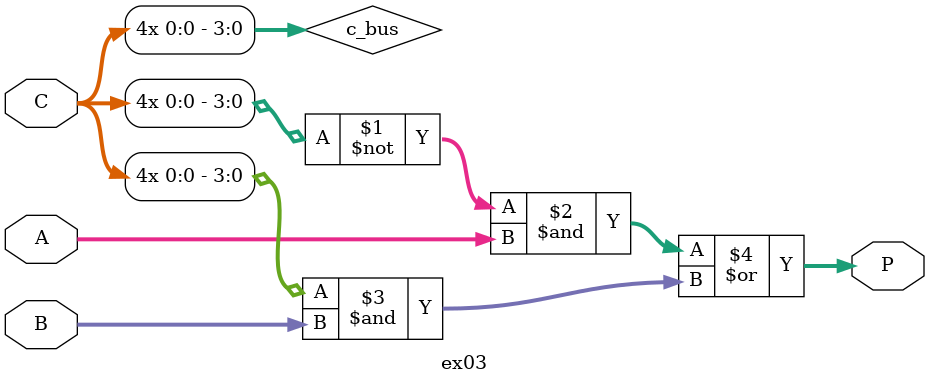
<source format=v>

module ex03 (
    input [3:0]A,
    input [3:0]B,
    input C,
    output [3:0]P);

    wire[3:0]c_bus;

    assign c_bus = {4{C}};
    assign P = (~c_bus & A) | (c_bus & B);

    
endmodule
</source>
